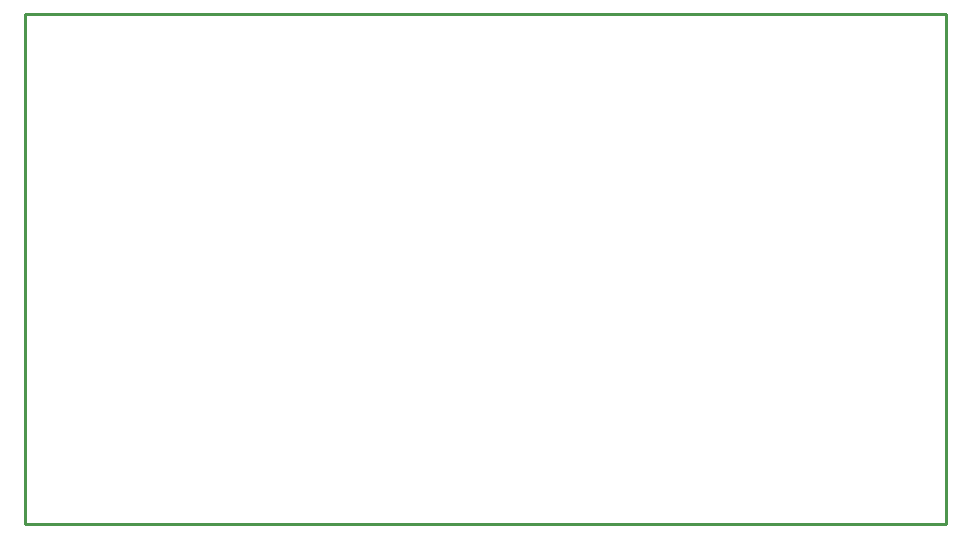
<source format=gko>
G04*
G04 #@! TF.GenerationSoftware,Altium Limited,Altium Designer,24.0.1 (36)*
G04*
G04 Layer_Color=16711935*
%FSLAX44Y44*%
%MOMM*%
G71*
G04*
G04 #@! TF.SameCoordinates,B85333DD-67EC-4CFA-91B2-C3F9892E9ACE*
G04*
G04*
G04 #@! TF.FilePolarity,Positive*
G04*
G01*
G75*
%ADD13C,0.2540*%
D13*
X524510Y448310D02*
Y880110D01*
X1304290D01*
Y448310D02*
Y880110D01*
X524510Y448310D02*
X1304290D01*
M02*

</source>
